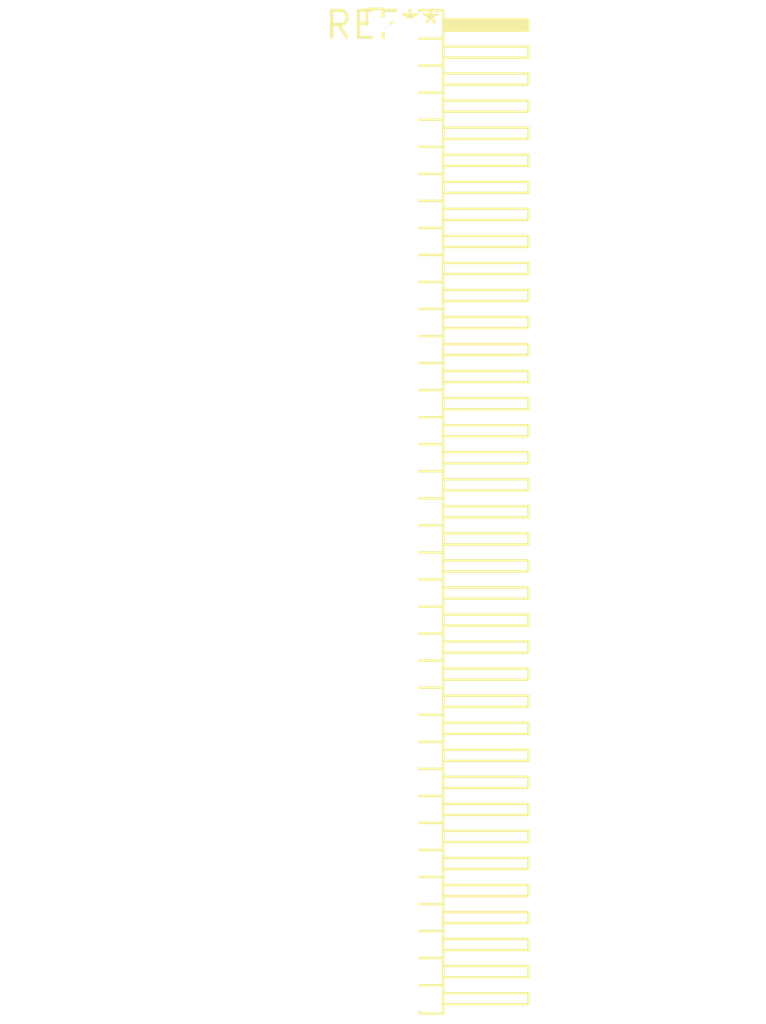
<source format=kicad_pcb>
(kicad_pcb (version 20240108) (generator pcbnew)
  (layers (0 "F.Cu" signal) (31 "B.Cu" signal) (34 "B.Paste" user) (35 "F.Paste" user) (36 "B.SilkS" user "B.Silkscreen") (37 "F.SilkS" user "F.Silkscreen") (38 "B.Mask" user) (39 "F.Mask" user) (44 "Edge.Cuts" user))
  (net 0 "")
  (footprint "PinHeader_2x37_P1.27mm_Horizontal" (layer "F.Cu") (at 0 0)
    (property "Reference" "REF**")
    (property "Value" "PinHeader_2x37_P1.27mm_Horizontal")
    (fp_line (start -0.76 -0.76) (end 0 -0.76) (layer "F.SilkS") (stroke (width 0.12)))
    (fp_line (start -0.76 0) (end -0.76 -0.76) (layer "F.SilkS") (stroke (width 0.12)))
    (fp_line (start 1.71 -0.695) (end 2.83 -0.695) (layer "F.SilkS") (stroke (width 0.12)))
    (fp_line (start 1.71 -0.619677) (end 1.71 -0.695) (layer "F.SilkS") (stroke (width 0.12)))
    (fp_line (start 1.71 0.619677) (end 1.71 0.650323) (layer "F.SilkS") (stroke (width 0.12)))
    (fp_line (start 1.71 0.635) (end 2.83 0.635) (layer "F.SilkS") (stroke (width 0.12)))
    (fp_line (start 1.71 1.889677) (end 1.71 1.920323) (layer "F.SilkS") (stroke (width 0.12)))
    (fp_line (start 1.71 1.905) (end 2.83 1.905) (layer "F.SilkS") (stroke (width 0.12)))
    (fp_line (start 1.71 3.159677) (end 1.71 3.190323) (layer "F.SilkS") (stroke (width 0.12)))
    (fp_line (start 1.71 3.175) (end 2.83 3.175) (layer "F.SilkS") (stroke (width 0.12)))
    (fp_line (start 1.71 4.429677) (end 1.71 4.460323) (layer "F.SilkS") (stroke (width 0.12)))
    (fp_line (start 1.71 4.445) (end 2.83 4.445) (layer "F.SilkS") (stroke (width 0.12)))
    (fp_line (start 1.71 5.699677) (end 1.71 5.730323) (layer "F.SilkS") (stroke (width 0.12)))
    (fp_line (start 1.71 5.715) (end 2.83 5.715) (layer "F.SilkS") (stroke (width 0.12)))
    (fp_line (start 1.71 6.969677) (end 1.71 7.000323) (layer "F.SilkS") (stroke (width 0.12)))
    (fp_line (start 1.71 6.985) (end 2.83 6.985) (layer "F.SilkS") (stroke (width 0.12)))
    (fp_line (start 1.71 8.239677) (end 1.71 8.270323) (layer "F.SilkS") (stroke (width 0.12)))
    (fp_line (start 1.71 8.255) (end 2.83 8.255) (layer "F.SilkS") (stroke (width 0.12)))
    (fp_line (start 1.71 9.509677) (end 1.71 9.540323) (layer "F.SilkS") (stroke (width 0.12)))
    (fp_line (start 1.71 9.525) (end 2.83 9.525) (layer "F.SilkS") (stroke (width 0.12)))
    (fp_line (start 1.71 10.779677) (end 1.71 10.810323) (layer "F.SilkS") (stroke (width 0.12)))
    (fp_line (start 1.71 10.795) (end 2.83 10.795) (layer "F.SilkS") (stroke (width 0.12)))
    (fp_line (start 1.71 12.049677) (end 1.71 12.080323) (layer "F.SilkS") (stroke (width 0.12)))
    (fp_line (start 1.71 12.065) (end 2.83 12.065) (layer "F.SilkS") (stroke (width 0.12)))
    (fp_line (start 1.71 13.319677) (end 1.71 13.350323) (layer "F.SilkS") (stroke (width 0.12)))
    (fp_line (start 1.71 13.335) (end 2.83 13.335) (layer "F.SilkS") (stroke (width 0.12)))
    (fp_line (start 1.71 14.589677) (end 1.71 14.620323) (layer "F.SilkS") (stroke (width 0.12)))
    (fp_line (start 1.71 14.605) (end 2.83 14.605) (layer "F.SilkS") (stroke (width 0.12)))
    (fp_line (start 1.71 15.859677) (end 1.71 15.890323) (layer "F.SilkS") (stroke (width 0.12)))
    (fp_line (start 1.71 15.875) (end 2.83 15.875) (layer "F.SilkS") (stroke (width 0.12)))
    (fp_line (start 1.71 17.129677) (end 1.71 17.160323) (layer "F.SilkS") (stroke (width 0.12)))
    (fp_line (start 1.71 17.145) (end 2.83 17.145) (layer "F.SilkS") (stroke (width 0.12)))
    (fp_line (start 1.71 18.399677) (end 1.71 18.430323) (layer "F.SilkS") (stroke (width 0.12)))
    (fp_line (start 1.71 18.415) (end 2.83 18.415) (layer "F.SilkS") (stroke (width 0.12)))
    (fp_line (start 1.71 19.669677) (end 1.71 19.700323) (layer "F.SilkS") (stroke (width 0.12)))
    (fp_line (start 1.71 19.685) (end 2.83 19.685) (layer "F.SilkS") (stroke (width 0.12)))
    (fp_line (start 1.71 20.939677) (end 1.71 20.970323) (layer "F.SilkS") (stroke (width 0.12)))
    (fp_line (start 1.71 20.955) (end 2.83 20.955) (layer "F.SilkS") (stroke (width 0.12)))
    (fp_line (start 1.71 22.209677) (end 1.71 22.240323) (layer "F.SilkS") (stroke (width 0.12)))
    (fp_line (start 1.71 22.225) (end 2.83 22.225) (layer "F.SilkS") (stroke (width 0.12)))
    (fp_line (start 1.71 23.479677) (end 1.71 23.510323) (layer "F.SilkS") (stroke (width 0.12)))
    (fp_line (start 1.71 23.495) (end 2.83 23.495) (layer "F.SilkS") (stroke (width 0.12)))
    (fp_line (start 1.71 24.749677) (end 1.71 24.780323) (layer "F.SilkS") (stroke (width 0.12)))
    (fp_line (start 1.71 24.765) (end 2.83 24.765) (layer "F.SilkS") (stroke (width 0.12)))
    (fp_line (start 1.71 26.019677) (end 1.71 26.050323) (layer "F.SilkS") (stroke (width 0.12)))
    (fp_line (start 1.71 26.035) (end 2.83 26.035) (layer "F.SilkS") (stroke (width 0.12)))
    (fp_line (start 1.71 27.289677) (end 1.71 27.320323) (layer "F.SilkS") (stroke (width 0.12)))
    (fp_line (start 1.71 27.305) (end 2.83 27.305) (layer "F.SilkS") (stroke (width 0.12)))
    (fp_line (start 1.71 28.559677) (end 1.71 28.590323) (layer "F.SilkS") (stroke (width 0.12)))
    (fp_line (start 1.71 28.575) (end 2.83 28.575) (layer "F.SilkS") (stroke (width 0.12)))
    (fp_line (start 1.71 29.829677) (end 1.71 29.860323) (layer "F.SilkS") (stroke (width 0.12)))
    (fp_line (start 1.71 29.845) (end 2.83 29.845) (layer "F.SilkS") (stroke (width 0.12)))
    (fp_line (start 1.71 31.099677) (end 1.71 31.130323) (layer "F.SilkS") (stroke (width 0.12)))
    (fp_line (start 1.71 31.115) (end 2.83 31.115) (layer "F.SilkS") (stroke (width 0.12)))
    (fp_line (start 1.71 32.369677) (end 1.71 32.400323) (layer "F.SilkS") (stroke (width 0.12)))
    (fp_line (start 1.71 32.385) (end 2.83 32.385) (layer "F.SilkS") (stroke (width 0.12)))
    (fp_line (start 1.71 33.639677) (end 1.71 33.670323) (layer "F.SilkS") (stroke (width 0.12)))
    (fp_line (start 1.71 33.655) (end 2.83 33.655) (layer "F.SilkS") (stroke (width 0.12)))
    (fp_line (start 1.71 34.909677) (end 1.71 34.940323) (layer "F.SilkS") (stroke (width 0.12)))
    (fp_line (start 1.71 34.925) (end 2.83 34.925) (layer "F.SilkS") (stroke (width 0.12)))
    (fp_line (start 1.71 36.179677) (end 1.71 36.210323) (layer "F.SilkS") (stroke (width 0.12)))
    (fp_line (start 1.71 36.195) (end 2.83 36.195) (layer "F.SilkS") (stroke (width 0.12)))
    (fp_line (start 1.71 37.449677) (end 1.71 37.480323) (layer "F.SilkS") (stroke (width 0.12)))
    (fp_line (start 1.71 37.465) (end 2.83 37.465) (layer "F.SilkS") (stroke (width 0.12)))
    (fp_line (start 1.71 38.719677) (end 1.71 38.750323) (layer "F.SilkS") (stroke (width 0.12)))
    (fp_line (start 1.71 38.735) (end 2.83 38.735) (layer "F.SilkS") (stroke (width 0.12)))
    (fp_line (start 1.71 39.989677) (end 1.71 40.020323) (layer "F.SilkS") (stroke (width 0.12)))
    (fp_line (start 1.71 40.005) (end 2.83 40.005) (layer "F.SilkS") (stroke (width 0.12)))
    (fp_line (start 1.71 41.259677) (end 1.71 41.290323) (layer "F.SilkS") (stroke (width 0.12)))
    (fp_line (start 1.71 41.275) (end 2.83 41.275) (layer "F.SilkS") (stroke (width 0.12)))
    (fp_line (start 1.71 42.529677) (end 1.71 42.560323) (layer "F.SilkS") (stroke (width 0.12)))
    (fp_line (start 1.71 42.545) (end 2.83 42.545) (layer "F.SilkS") (stroke (width 0.12)))
    (fp_line (start 1.71 43.799677) (end 1.71 43.830323) (layer "F.SilkS") (stroke (width 0.12)))
    (fp_line (start 1.71 43.815) (end 2.83 43.815) (layer "F.SilkS") (stroke (width 0.12)))
    (fp_line (start 1.71 45.069677) (end 1.71 45.100323) (layer "F.SilkS") (stroke (width 0.12)))
    (fp_line (start 1.71 45.085) (end 2.83 45.085) (layer "F.SilkS") (stroke (width 0.12)))
    (fp_line (start 1.71 46.415) (end 1.71 46.339677) (layer "F.SilkS") (stroke (width 0.12)))
    (fp_line (start 2.83 -0.695) (end 2.83 46.415) (layer "F.SilkS") (stroke (width 0.12)))
    (fp_line (start 2.83 -0.26) (end 6.83 -0.26) (layer "F.SilkS") (stroke (width 0.12)))
    (fp_line (start 2.83 -0.2) (end 6.83 -0.2) (layer "F.SilkS") (stroke (width 0.12)))
    (fp_line (start 2.83 -0.08) (end 6.83 -0.08) (layer "F.SilkS") (stroke (width 0.12)))
    (fp_line (start 2.83 0.04) (end 6.83 0.04) (layer "F.SilkS") (stroke (width 0.12)))
    (fp_line (start 2.83 0.16) (end 6.83 0.16) (layer "F.SilkS") (stroke (width 0.12)))
    (fp_line (start 2.83 1.01) (end 6.83 1.01) (layer "F.SilkS") (stroke (width 0.12)))
    (fp_line (start 2.83 2.28) (end 6.83 2.28) (layer "F.SilkS") (stroke (width 0.12)))
    (fp_line (start 2.83 3.55) (end 6.83 3.55) (layer "F.SilkS") (stroke (width 0.12)))
    (fp_line (start 2.83 4.82) (end 6.83 4.82) (layer "F.SilkS") (stroke (width 0.12)))
    (fp_line (start 2.83 6.09) (end 6.83 6.09) (layer "F.SilkS") (stroke (width 0.12)))
    (fp_line (start 2.83 7.36) (end 6.83 7.36) (layer "F.SilkS") (stroke (width 0.12)))
    (fp_line (start 2.83 8.63) (end 6.83 8.63) (layer "F.SilkS") (stroke (width 0.12)))
    (fp_line (start 2.83 9.9) (end 6.83 9.9) (layer "F.SilkS") (stroke (width 0.12)))
    (fp_line (start 2.83 11.17) (end 6.83 11.17) (layer "F.SilkS") (stroke (width 0.12)))
    (fp_line (start 2.83 12.44) (end 6.83 12.44) (layer "F.SilkS") (stroke (width 0.12)))
    (fp_line (start 2.83 13.71) (end 6.83 13.71) (layer "F.SilkS") (stroke (width 0.12)))
    (fp_line (start 2.83 14.98) (end 6.83 14.98) (layer "F.SilkS") (stroke (width 0.12)))
    (fp_line (start 2.83 16.25) (end 6.83 16.25) (layer "F.SilkS") (stroke (width 0.12)))
    (fp_line (start 2.83 17.52) (end 6.83 17.52) (layer "F.SilkS") (stroke (width 0.12)))
    (fp_line (start 2.83 18.79) (end 6.83 18.79) (layer "F.SilkS") (stroke (width 0.12)))
    (fp_line (start 2.83 20.06) (end 6.83 20.06) (layer "F.SilkS") (stroke (width 0.12)))
    (fp_line (start 2.83 21.33) (end 6.83 21.33) (layer "F.SilkS") (stroke (width 0.12)))
    (fp_line (start 2.83 22.6) (end 6.83 22.6) (layer "F.SilkS") (stroke (width 0.12)))
    (fp_line (start 2.83 23.87) (end 6.83 23.87) (layer "F.SilkS") (stroke (width 0.12)))
    (fp_line (start 2.83 25.14) (end 6.83 25.14) (layer "F.SilkS") (stroke (width 0.12)))
    (fp_line (start 2.83 26.41) (end 6.83 26.41) (layer "F.SilkS") (stroke (width 0.12)))
    (fp_line (start 2.83 27.68) (end 6.83 27.68) (layer "F.SilkS") (stroke (width 0.12)))
    (fp_line (start 2.83 28.95) (end 6.83 28.95) (layer "F.SilkS") (stroke (width 0.12)))
    (fp_line (start 2.83 30.22) (end 6.83 30.22) (layer "F.SilkS") (stroke (width 0.12)))
    (fp_line (start 2.83 31.49) (end 6.83 31.49) (layer "F.SilkS") (stroke (width 0.12)))
    (fp_line (start 2.83 32.76) (end 6.83 32.76) (layer "F.SilkS") (stroke (width 0.12)))
    (fp_line (start 2.83 34.03) (end 6.83 34.03) (layer "F.SilkS") (stroke (width 0.12)))
    (fp_line (start 2.83 35.3) (end 6.83 35.3) (layer "F.SilkS") (stroke (width 0.12)))
    (fp_line (start 2.83 36.57) (end 6.83 36.57) (layer "F.SilkS") (stroke (width 0.12)))
    (fp_line (start 2.83 37.84) (end 6.83 37.84) (layer "F.SilkS") (stroke (width 0.12)))
    (fp_line (start 2.83 39.11) (end 6.83 39.11) (layer "F.SilkS") (stroke (width 0.12)))
    (fp_line (start 2.83 40.38) (end 6.83 40.38) (layer "F.SilkS") (stroke (width 0.12)))
    (fp_line (start 2.83 41.65) (end 6.83 41.65) (layer "F.SilkS") (stroke (width 0.12)))
    (fp_line (start 2.83 42.92) (end 6.83 42.92) (layer "F.SilkS") (stroke (width 0.12)))
    (fp_line (start 2.83 44.19) (end 6.83 44.19) (layer "F.SilkS") (stroke (width 0.12)))
    (fp_line (start 2.83 45.46) (end 6.83 45.46) (layer "F.SilkS") (stroke (width 0.12)))
    (fp_line (start 2.83 46.415) (end 1.71 46.415) (layer "F.SilkS") (stroke (width 0.12)))
    (fp_line (start 6.83 -0.26) (end 6.83 0.26) (layer "F.SilkS") (stroke (width 0.12)))
    (fp_line (start 6.83 0.26) (end 2.83 0.26) (layer "F.SilkS") (stroke (width 0.12)))
    (fp_line (start 6.83 1.01) (end 6.83 1.53) (layer "F.SilkS") (stroke (width 0.12)))
    (fp_line (start 6.83 1.53) (end 2.83 1.53) (layer "F.SilkS") (stroke (width 0.12)))
    (fp_line (start 6.83 2.28) (end 6.83 2.8) (layer "F.SilkS") (stroke (width 0.12)))
    (fp_line (start 6.83 2.8) (end 2.83 2.8) (layer "F.SilkS") (stroke (width 0.12)))
    (fp_line (start 6.83 3.55) (end 6.83 4.07) (layer "F.SilkS") (stroke (width 0.12)))
    (fp_line (start 6.83 4.07) (end 2.83 4.07) (layer "F.SilkS") (stroke (width 0.12)))
    (fp_line (start 6.83 4.82) (end 6.83 5.34) (layer "F.SilkS") (stroke (width 0.12)))
    (fp_line (start 6.83 5.34) (end 2.83 5.34) (layer "F.SilkS") (stroke (width 0.12)))
    (fp_line (start 6.83 6.09) (end 6.83 6.61) (layer "F.SilkS") (stroke (width 0.12)))
    (fp_line (start 6.83 6.61) (end 2.83 6.61) (layer "F.SilkS") (stroke (width 0.12)))
    (fp_line (start 6.83 7.36) (end 6.83 7.88) (layer "F.SilkS") (stroke (width 0.12)))
    (fp_line (start 6.83 7.88) (end 2.83 7.88) (layer "F.SilkS") (stroke (width 0.12)))
    (fp_line (start 6.83 8.63) (end 6.83 9.15) (layer "F.SilkS") (stroke (width 0.12)))
    (fp_line (start 6.83 9.15) (end 2.83 9.15) (layer "F.SilkS") (stroke (width 0.12)))
    (fp_line (start 6.83 9.9) (end 6.83 10.42) (layer "F.SilkS") (stroke (width 0.12)))
    (fp_line (start 6.83 10.42) (end 2.83 10.42) (layer "F.SilkS") (stroke (width 0.12)))
    (fp_line (start 6.83 11.17) (end 6.83 11.69) (layer "F.SilkS") (stroke (width 0.12)))
    (fp_line (start 6.83 11.69) (end 2.83 11.69) (layer "F.SilkS") (stroke (width 0.12)))
    (fp_line (start 6.83 12.44) (end 6.83 12.96) (layer "F.SilkS") (stroke (width 0.12)))
    (fp_line (start 6.83 12.96) (end 2.83 12.96) (layer "F.SilkS") (stroke (width 0.12)))
    (fp_line (start 6.83 13.71) (end 6.83 14.23) (layer "F.SilkS") (stroke (width 0.12)))
    (fp_line (start 6.83 14.23) (end 2.83 14.23) (layer "F.SilkS") (stroke (width 0.12)))
    (fp_line (start 6.83 14.98) (end 6.83 15.5) (layer "F.SilkS") (stroke (width 0.12)))
    (fp_line (start 6.83 15.5) (end 2.83 15.5) (layer "F.SilkS") (stroke (width 0.12)))
    (fp_line (start 6.83 16.25) (end 6.83 16.77) (layer "F.SilkS") (stroke (width 0.12)))
    (fp_line (start 6.83 16.77) (end 2.83 16.77) (layer "F.SilkS") (stroke (width 0.12)))
    (fp_line (start 6.83 17.52) (end 6.83 18.04) (layer "F.SilkS") (stroke (width 0.12)))
    (fp_line (start 6.83 18.04) (end 2.83 18.04) (layer "F.SilkS") (stroke (width 0.12)))
    (fp_line (start 6.83 18.79) (end 6.83 19.31) (layer "F.SilkS") (stroke (width 0.12)))
    (fp_line (start 6.83 19.31) (end 2.83 19.31) (layer "F.SilkS") (stroke (width 0.12)))
    (fp_line (start 6.83 20.06) (end 6.83 20.58) (layer "F.SilkS") (stroke (width 0.12)))
    (fp_line (start 6.83 20.58) (end 2.83 20.58) (layer "F.SilkS") (stroke (width 0.12)))
    (fp_line (start 6.83 21.33) (end 6.83 21.85) (layer "F.SilkS") (stroke (width 0.12)))
    (fp_line (start 6.83 21.85) (end 2.83 21.85) (layer "F.SilkS") (stroke (width 0.12)))
    (fp_line (start 6.83 22.6) (end 6.83 23.12) (layer "F.SilkS") (stroke (width 0.12)))
    (fp_line (start 6.83 23.12) (end 2.83 23.12) (layer "F.SilkS") (stroke (width 0.12)))
    (fp_line (start 6.83 23.87) (end 6.83 24.39) (layer "F.SilkS") (stroke (width 0.12)))
    (fp_line (start 6.83 24.39) (end 2.83 24.39) (layer "F.SilkS") (stroke (width 0.12)))
    (fp_line (start 6.83 25.14) (end 6.83 25.66) (layer "F.SilkS") (stroke (width 0.12)))
    (fp_line (start 6.83 25.66) (end 2.83 25.66) (layer "F.SilkS") (stroke (width 0.12)))
    (fp_line (start 6.83 26.41) (end 6.83 26.93) (layer "F.SilkS") (stroke (width 0.12)))
    (fp_line (start 6.83 26.93) (end 2.83 26.93) (layer "F.SilkS") (stroke (width 0.12)))
    (fp_line (start 6.83 27.68) (end 6.83 28.2) (layer "F.SilkS") (stroke (width 0.12)))
    (fp_line (start 6.83 28.2) (end 2.83 28.2) (layer "F.SilkS") (stroke (width 0.12)))
    (fp_line (start 6.83 28.95) (end 6.83 29.47) (layer "F.SilkS") (stroke (width 0.12)))
    (fp_line (start 6.83 29.47) (end 2.83 29.47) (layer "F.SilkS") (stroke (width 0.12)))
    (fp_line (start 6.83 30.22) (end 6.83 30.74) (layer "F.SilkS") (stroke (width 0.12)))
    (fp_line (start 6.83 30.74) (end 2.83 30.74) (layer "F.SilkS") (stroke (width 0.12)))
    (fp_line (start 6.83 31.49) (end 6.83 32.01) (layer "F.SilkS") (stroke (width 0.12)))
    (fp_line (start 6.83 32.01) (end 2.83 32.01) (layer "F.SilkS") (stroke (width 0.12)))
    (fp_line (start 6.83 32.76) (end 6.83 33.28) (layer "F.SilkS") (stroke (width 0.12)))
    (fp_line (start 6.83 33.28) (end 2.83 33.28) (layer "F.SilkS") (stroke (width 0.12)))
    (fp_line (start 6.83 34.03) (end 6.83 34.55) (layer "F.SilkS") (stroke (width 0.12)))
    (fp_line (start 6.83 34.55) (end 2.83 34.55) (layer "F.SilkS") (stroke (width 0.12)))
    (fp_line (start 6.83 35.3) (end 6.83 35.82) (layer "F.SilkS") (stroke (width 0.12)))
    (fp_line (start 6.83 35.82) (end 2.83 35.82) (layer "F.SilkS") (stroke (width 0.12)))
    (fp_line (start 6.83 36.57) (end 6.83 37.09) (layer "F.SilkS") (stroke (width 0.12)))
    (fp_line (start 6.83 37.09) (end 2.83 37.09) (layer "F.SilkS") (stroke (width 0.12)))
    (fp_line (start 6.83 37.84) (end 6.83 38.36) (layer "F.SilkS") (stroke (width 0.12)))
    (fp_line (start 6.83 38.36) (end 2.83 38.36) (layer "F.SilkS") (stroke (width 0.12)))
    (fp_line (start 6.83 39.11) (end 6.83 39.63) (layer "F.SilkS") (stroke (width 0.12)))
    (fp_line (start 6.83 39.63) (end 2.83 39.63) (layer "F.SilkS") (stroke (width 0.12)))
    (fp_line (start 6.83 40.38) (end 6.83 40.9) (layer "F.SilkS") (stroke (width 0.12)))
    (fp_line (start 6.83 40.9) (end 2.83 40.9) (layer "F.SilkS") (stroke (width 0.12)))
    (fp_line (start 6.83 41.65) (end 6.83 42.17) (layer "F.SilkS") (stroke (width 0.12)))
    (fp_line (start 6.83 42.17) (end 2.83 42.17) (layer "F.SilkS") (stroke (width 0.12)))
    (fp_line (start 6.83 42.92) (end 6.83 43.44) (layer "F.SilkS") (stroke (width 0.12)))
    (fp_line (start 6.83 43.44) (end 2.83 43.44) (layer "F.SilkS") (stroke (width 0.12)))
    (fp_line (start 6.83 44.19) (end 6.83 44.71) (layer "F.SilkS") (stroke (width 0.12)))
    (fp_line (start 6.83 44.71) (end 2.83 44.71) (layer "F.SilkS") (stroke (width 0.12)))
    (fp_line (start 6.83 45.46) (end 6.83 45.98) (layer "F.SilkS") (stroke (width 0.12)))
    (fp_line (start 6.83 45.98) (end 2.83 45.98) (layer "F.SilkS") (stroke (width 0.12)))
    (pad "1" thru_hole rect (at 0 0) (size 1 1) (drill 0.65) (layers *.Cu *.Mask) (remove_unused_layers))
    (pad "2" thru_hole oval (at 1.27 0) (size 1 1) (drill 0.65) (layers *.Cu *.Mask) (remove_unused_layers))
    (pad "3" thru_hole oval (at 0 1.27) (size 1 1) (drill 0.65) (layers *.Cu *.Mask) (remove_unused_layers))
    (pad "4" thru_hole oval (at 1.27 1.27) (size 1 1) (drill 0.65) (layers *.Cu *.Mask) (remove_unused_layers))
    (pad "5" thru_hole oval (at 0 2.54) (size 1 1) (drill 0.65) (layers *.Cu *.Mask) (remove_unused_layers))
    (pad "6" thru_hole oval (at 1.27 2.54) (size 1 1) (drill 0.65) (layers *.Cu *.Mask) (remove_unused_layers))
    (pad "7" thru_hole oval (at 0 3.81) (size 1 1) (drill 0.65) (layers *.Cu *.Mask) (remove_unused_layers))
    (pad "8" thru_hole oval (at 1.27 3.81) (size 1 1) (drill 0.65) (layers *.Cu *.Mask) (remove_unused_layers))
    (pad "9" thru_hole oval (at 0 5.08) (size 1 1) (drill 0.65) (layers *.Cu *.Mask) (remove_unused_layers))
    (pad "10" thru_hole oval (at 1.27 5.08) (size 1 1) (drill 0.65) (layers *.Cu *.Mask) (remove_unused_layers))
    (pad "11" thru_hole oval (at 0 6.35) (size 1 1) (drill 0.65) (layers *.Cu *.Mask) (remove_unused_layers))
    (pad "12" thru_hole oval (at 1.27 6.35) (size 1 1) (drill 0.65) (layers *.Cu *.Mask) (remove_unused_layers))
    (pad "13" thru_hole oval (at 0 7.62) (size 1 1) (drill 0.65) (layers *.Cu *.Mask) (remove_unused_layers))
    (pad "14" thru_hole oval (at 1.27 7.62) (size 1 1) (drill 0.65) (layers *.Cu *.Mask) (remove_unused_layers))
    (pad "15" thru_hole oval (at 0 8.89) (size 1 1) (drill 0.65) (layers *.Cu *.Mask) (remove_unused_layers))
    (pad "16" thru_hole oval (at 1.27 8.89) (size 1 1) (drill 0.65) (layers *.Cu *.Mask) (remove_unused_layers))
    (pad "17" thru_hole oval (at 0 10.16) (size 1 1) (drill 0.65) (layers *.Cu *.Mask) (remove_unused_layers))
    (pad "18" thru_hole oval (at 1.27 10.16) (size 1 1) (drill 0.65) (layers *.Cu *.Mask) (remove_unused_layers))
    (pad "19" thru_hole oval (at 0 11.43) (size 1 1) (drill 0.65) (layers *.Cu *.Mask) (remove_unused_layers))
    (pad "20" thru_hole oval (at 1.27 11.43) (size 1 1) (drill 0.65) (layers *.Cu *.Mask) (remove_unused_layers))
    (pad "21" thru_hole oval (at 0 12.7) (size 1 1) (drill 0.65) (layers *.Cu *.Mask) (remove_unused_layers))
    (pad "22" thru_hole oval (at 1.27 12.7) (size 1 1) (drill 0.65) (layers *.Cu *.Mask) (remove_unused_layers))
    (pad "23" thru_hole oval (at 0 13.97) (size 1 1) (drill 0.65) (layers *.Cu *.Mask) (remove_unused_layers))
    (pad "24" thru_hole oval (at 1.27 13.97) (size 1 1) (drill 0.65) (layers *.Cu *.Mask) (remove_unused_layers))
    (pad "25" thru_hole oval (at 0 15.24) (size 1 1) (drill 0.65) (layers *.Cu *.Mask) (remove_unused_layers))
    (pad "26" thru_hole oval (at 1.27 15.24) (size 1 1) (drill 0.65) (layers *.Cu *.Mask) (remove_unused_layers))
    (pad "27" thru_hole oval (at 0 16.51) (size 1 1) (drill 0.65) (layers *.Cu *.Mask) (remove_unused_layers))
    (pad "28" thru_hole oval (at 1.27 16.51) (size 1 1) (drill 0.65) (layers *.Cu *.Mask) (remove_unused_layers))
    (pad "29" thru_hole oval (at 0 17.78) (size 1 1) (drill 0.65) (layers *.Cu *.Mask) (remove_unused_layers))
    (pad "30" thru_hole oval (at 1.27 17.78) (size 1 1) (drill 0.65) (layers *.Cu *.Mask) (remove_unused_layers))
    (pad "31" thru_hole oval (at 0 19.05) (size 1 1) (drill 0.65) (layers *.Cu *.Mask) (remove_unused_layers))
    (pad "32" thru_hole oval (at 1.27 19.05) (size 1 1) (drill 0.65) (layers *.Cu *.Mask) (remove_unused_layers))
    (pad "33" thru_hole oval (at 0 20.32) (size 1 1) (drill 0.65) (layers *.Cu *.Mask) (remove_unused_layers))
    (pad "34" thru_hole oval (at 1.27 20.32) (size 1 1) (drill 0.65) (layers *.Cu *.Mask) (remove_unused_layers))
    (pad "35" thru_hole oval (at 0 21.59) (size 1 1) (drill 0.65) (layers *.Cu *.Mask) (remove_unused_layers))
    (pad "36" thru_hole oval (at 1.27 21.59) (size 1 1) (drill 0.65) (layers *.Cu *.Mask) (remove_unused_layers))
    (pad "37" thru_hole oval (at 0 22.86) (size 1 1) (drill 0.65) (layers *.Cu *.Mask) (remove_unused_layers))
    (pad "38" thru_hole oval (at 1.27 22.86) (size 1 1) (drill 0.65) (layers *.Cu *.Mask) (remove_unused_layers))
    (pad "39" thru_hole oval (at 0 24.13) (size 1 1) (drill 0.65) (layers *.Cu *.Mask) (remove_unused_layers))
    (pad "40" thru_hole oval (at 1.27 24.13) (size 1 1) (drill 0.65) (layers *.Cu *.Mask) (remove_unused_layers))
    (pad "41" thru_hole oval (at 0 25.4) (size 1 1) (drill 0.65) (layers *.Cu *.Mask) (remove_unused_layers))
    (pad "42" thru_hole oval (at 1.27 25.4) (size 1 1) (drill 0.65) (layers *.Cu *.Mask) (remove_unused_layers))
    (pad "43" thru_hole oval (at 0 26.67) (size 1 1) (drill 0.65) (layers *.Cu *.Mask) (remove_unused_layers))
    (pad "44" thru_hole oval (at 1.27 26.67) (size 1 1) (drill 0.65) (layers *.Cu *.Mask) (remove_unused_layers))
    (pad "45" thru_hole oval (at 0 27.94) (size 1 1) (drill 0.65) (layers *.Cu *.Mask) (remove_unused_layers))
    (pad "46" thru_hole oval (at 1.27 27.94) (size 1 1) (drill 0.65) (layers *.Cu *.Mask) (remove_unused_layers))
    (pad "47" thru_hole oval (at 0 29.21) (size 1 1) (drill 0.65) (layers *.Cu *.Mask) (remove_unused_layers))
    (pad "48" thru_hole oval (at 1.27 29.21) (size 1 1) (drill 0.65) (layers *.Cu *.Mask) (remove_unused_layers))
    (pad "49" thru_hole oval (at 0 30.48) (size 1 1) (drill 0.65) (layers *.Cu *.Mask) (remove_unused_layers))
    (pad "50" thru_hole oval (at 1.27 30.48) (size 1 1) (drill 0.65) (layers *.Cu *.Mask) (remove_unused_layers))
    (pad "51" thru_hole oval (at 0 31.75) (size 1 1) (drill 0.65) (layers *.Cu *.Mask) (remove_unused_layers))
    (pad "52" thru_hole oval (at 1.27 31.75) (size 1 1) (drill 0.65) (layers *.Cu *.Mask) (remove_unused_layers))
    (pad "53" thru_hole oval (at 0 33.02) (size 1 1) (drill 0.65) (layers *.Cu *.Mask) (remove_unused_layers))
    (pad "54" thru_hole oval (at 1.27 33.02) (size 1 1) (drill 0.65) (layers *.Cu *.Mask) (remove_unused_layers))
    (pad "55" thru_hole oval (at 0 34.29) (size 1 1) (drill 0.65) (layers *.Cu *.Mask) (remove_unused_layers))
    (pad "56" thru_hole oval (at 1.27 34.29) (size 1 1) (drill 0.65) (layers *.Cu *.Mask) (remove_unused_layers))
    (pad "57" thru_hole oval (at 0 35.56) (size 1 1) (drill 0.65) (layers *.Cu *.Mask) (remove_unused_layers))
    (pad "58" thru_hole oval (at 1.27 35.56) (size 1 1) (drill 0.65) (layers *.Cu *.Mask) (remove_unused_layers))
    (pad "59" thru_hole oval (at 0 36.83) (size 1 1) (drill 0.65) (layers *.Cu *.Mask) (remove_unused_layers))
    (pad "60" thru_hole oval (at 1.27 36.83) (size 1 1) (drill 0.65) (layers *.Cu *.Mask) (remove_unused_layers))
    (pad "61" thru_hole oval (at 0 38.1) (size 1 1) (drill 0.65) (layers *.Cu *.Mask) (remove_unused_layers))
    (pad "62" thru_hole oval (at 1.27 38.1) (size 1 1) (drill 0.65) (layers *.Cu *.Mask) (remove_unused_layers))
    (pad "63" thru_hole oval (at 0 39.37) (size 1 1) (drill 0.65) (layers *.Cu *.Mask) (remove_unused_layers))
    (pad "64" thru_hole oval (at 1.27 39.37) (size 1 1) (drill 0.65) (layers *.Cu *.Mask) (remove_unused_layers))
    (pad "65" thru_hole oval (at 0 40.64) (size 1 1) (drill 0.65) (layers *.Cu *.Mask) (remove_unused_layers))
    (pad "66" thru_hole oval (at 1.27 40.64) (size 1 1) (drill 0.65) (layers *.Cu *.Mask) (remove_unused_layers))
    (pad "67" thru_hole oval (at 0 41.91) (size 1 1) (drill 0.65) (layers *.Cu *.Mask) (remove_unused_layers))
    (pad "68" thru_hole oval (at 1.27 41.91) (size 1 1) (drill 0.65) (layers *.Cu *.Mask) (remove_unused_layers))
    (pad "69" thru_hole oval (at 0 43.18) (size 1 1) (drill 0.65) (layers *.Cu *.Mask) (remove_unused_layers))
    (pad "70" thru_hole oval (at 1.27 43.18) (size 1 1) (drill 0.65) (layers *.Cu *.Mask) (remove_unused_layers))
    (pad "71" thru_hole oval (at 0 44.45) (size 1 1) (drill 0.65) (layers *.Cu *.Mask) (remove_unused_layers))
    (pad "72" thru_hole oval (at 1.27 44.45) (size 1 1) (drill 0.65) (layers *.Cu *.Mask) (remove_unused_layers))
    (pad "73" thru_hole oval (at 0 45.72) (size 1 1) (drill 0.65) (layers *.Cu *.Mask) (remove_unused_layers))
    (pad "74" thru_hole oval (at 1.27 45.72) (size 1 1) (drill 0.65) (layers *.Cu *.Mask) (remove_unused_layers))
  )
)
</source>
